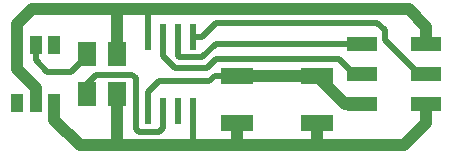
<source format=gtl>
G04 #@! TF.FileFunction,Copper,L1,Top,Signal*
%FSLAX46Y46*%
G04 Gerber Fmt 4.6, Leading zero omitted, Abs format (unit mm)*
G04 Created by KiCad (PCBNEW (2015-03-04 BZR 5478)-product) date Mon 09 Mar 2015 22:59:52 GMT*
%MOMM*%
G01*
G04 APERTURE LIST*
%ADD10C,0.100000*%
%ADD11R,1.600000X2.000000*%
%ADD12R,0.497840X2.199640*%
%ADD13R,2.540000X1.270000*%
%ADD14R,1.000000X1.500000*%
%ADD15R,2.750000X1.400000*%
%ADD16C,0.500000*%
%ADD17C,1.000000*%
G04 APERTURE END LIST*
D10*
D11*
X9652000Y9066000D03*
X9652000Y5666000D03*
D12*
X12319000Y4213860D03*
X13581380Y4213860D03*
X14848840Y4213860D03*
X16118840Y4213860D03*
X16129000Y10518140D03*
X14859000Y10518140D03*
X13589000Y10518140D03*
X12319000Y10518140D03*
D13*
X30417000Y9906000D03*
X35877000Y9906000D03*
X30417000Y7366000D03*
X35877000Y7366000D03*
X30417000Y4826000D03*
X35877000Y4826000D03*
D11*
X7112000Y5666000D03*
X7112000Y9066000D03*
D14*
X1194000Y4916000D03*
X1194000Y9816000D03*
X2794000Y4916000D03*
X2794000Y9816000D03*
X4394000Y4916000D03*
X4394000Y9816000D03*
D15*
X26616000Y3207000D03*
X19866000Y3207000D03*
X26616000Y7207000D03*
X19866000Y7207000D03*
D16*
X12319000Y10518140D02*
X12319000Y12827000D01*
X12319000Y12827000D02*
X11118618Y12827000D01*
D17*
X11118618Y12827000D02*
X7256709Y12827000D01*
X9652000Y9066000D02*
X9652000Y12827000D01*
X9652000Y12827000D02*
X7256709Y12827000D01*
X7256709Y12827000D02*
X2455000Y12827000D01*
X2455000Y12827000D02*
X1194000Y11566000D01*
X1194000Y11566000D02*
X1194000Y9816000D01*
X1194000Y9816000D02*
X1194000Y7786002D01*
X1194000Y7786002D02*
X2794000Y6186002D01*
X2794000Y6186002D02*
X2794000Y4916000D01*
X34417000Y12827000D02*
X11118618Y12827000D01*
X35877000Y11367000D02*
X34417000Y12827000D01*
X35877000Y9906000D02*
X35877000Y11367000D01*
X33445029Y1314029D02*
X26606500Y1314029D01*
D16*
X16118840Y1314029D02*
X18204102Y1314029D01*
D17*
X18204102Y1314029D02*
X6559971Y1314029D01*
X19908004Y1314029D02*
X18204102Y1314029D01*
X24349544Y1314029D02*
X18204102Y1314029D01*
X26606500Y1314029D02*
X24349544Y1314029D01*
D16*
X16118840Y4213860D02*
X16118840Y1314029D01*
D17*
X9652000Y5666000D02*
X9652000Y1314029D01*
X9652000Y1314029D02*
X6559971Y1314029D01*
X6559971Y1314029D02*
X4394000Y3480000D01*
X4394000Y3480000D02*
X4394000Y4916000D01*
D16*
X16129000Y4203700D02*
X16118840Y4213860D01*
D17*
X26606500Y1497500D02*
X26606500Y1314029D01*
X26616000Y1507000D02*
X26606500Y1497500D01*
X26616000Y3207000D02*
X26616000Y1507000D01*
X19866000Y1356033D02*
X19908004Y1314029D01*
X19866000Y3207000D02*
X19866000Y1356033D01*
X34000029Y1314029D02*
X33445029Y1314029D01*
X35877000Y3191000D02*
X34000029Y1314029D01*
X35877000Y4826000D02*
X35877000Y3191000D01*
D16*
X30163000Y5080000D02*
X30417000Y4826000D01*
X30367000Y4876000D02*
X30417000Y4826000D01*
D17*
X26616000Y7207000D02*
X19866000Y7207000D01*
D16*
X12319000Y5813680D02*
X12319000Y4213860D01*
X13236320Y6731000D02*
X12319000Y5813680D01*
X17515000Y6731000D02*
X13236320Y6731000D01*
X17991000Y7207000D02*
X17515000Y6731000D01*
X19866000Y7207000D02*
X17991000Y7207000D01*
D17*
X28997000Y4826000D02*
X26616000Y7207000D01*
X30417000Y4826000D02*
X28997000Y4826000D01*
D16*
X7112000Y5666000D02*
X7112000Y6477000D01*
X11303000Y6985002D02*
X11303000Y2711118D01*
X7112000Y6477000D02*
X7951001Y7316001D01*
X7951001Y7316001D02*
X10972001Y7316001D01*
X10972001Y7316001D02*
X11303000Y6985002D01*
X13581380Y2786380D02*
X13581380Y4213860D01*
X11303000Y2711118D02*
X11550079Y2464039D01*
X11550079Y2464039D02*
X13259039Y2464039D01*
X13259039Y2464039D02*
X13581380Y2786380D01*
X16877920Y10518140D02*
X16129000Y10518140D01*
X18036770Y11676990D02*
X16877920Y10518140D01*
X31721012Y11676990D02*
X18036770Y11676990D01*
X32337001Y10270999D02*
X32337001Y11061001D01*
X35242000Y7366000D02*
X32337001Y10270999D01*
X32337001Y11061001D02*
X31721012Y11676990D01*
X35877000Y7366000D02*
X35242000Y7366000D01*
X14859000Y8918320D02*
X14859000Y10518140D01*
X15009001Y8768319D02*
X14859000Y8918320D01*
X16897921Y8768319D02*
X15009001Y8768319D01*
X18035602Y9906000D02*
X16897921Y8768319D01*
X30417000Y9906000D02*
X18035602Y9906000D01*
X13589000Y8918320D02*
X13589000Y10518140D01*
X13871320Y8636000D02*
X13589000Y8918320D01*
X29782000Y7366000D02*
X28512000Y8636000D01*
X30417000Y7366000D02*
X29782000Y7366000D01*
X18038408Y8636000D02*
X28512000Y8636000D01*
X17270717Y7868309D02*
X18038408Y8636000D01*
X14636205Y7868309D02*
X17270717Y7868309D01*
X13871320Y8633194D02*
X14636205Y7868309D01*
X13871320Y8636000D02*
X13871320Y8633194D01*
X2794000Y9816000D02*
X2794000Y8566000D01*
X2794000Y8566000D02*
X3794000Y7566000D01*
X3794000Y7566000D02*
X5812000Y7566000D01*
X5812000Y7566000D02*
X7112000Y8866000D01*
X7112000Y8866000D02*
X7112000Y9066000D01*
M02*

</source>
